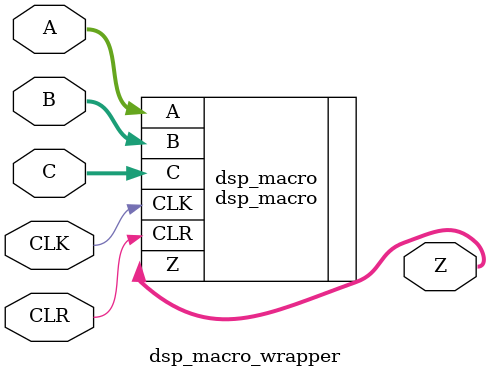
<source format=sv>
module dsp_macro_wrapper
(
	input logic [24:0] A,
	input logic [24:0] B,
	input logic [17:0] C,
	input logic CLK,
	input logic CLR,
	output logic [42:0] Z
);

    dsp_macro dsp_macro(.A(A), .B(B), .C(C), .CLK(CLK), .CLR(CLR), .Z(Z));

endmodule

</source>
